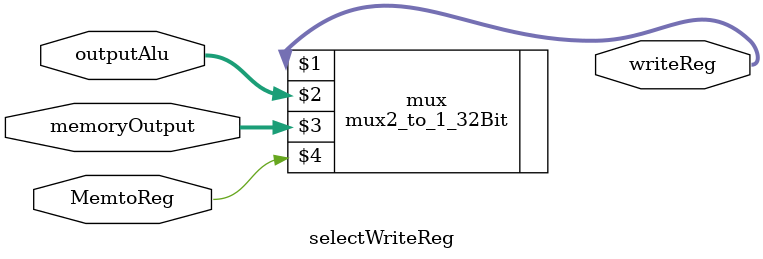
<source format=v>
module selectWriteReg (writeReg,outputAlu,memoryOutput,MemtoReg);
	output [31:0] writeReg;
	input [31:0] outputAlu;
	input [31:0] memoryOutput;
	input MemtoReg;
	
	mux2_to_1_32Bit mux (writeReg,outputAlu,memoryOutput,MemtoReg);



endmodule
</source>
